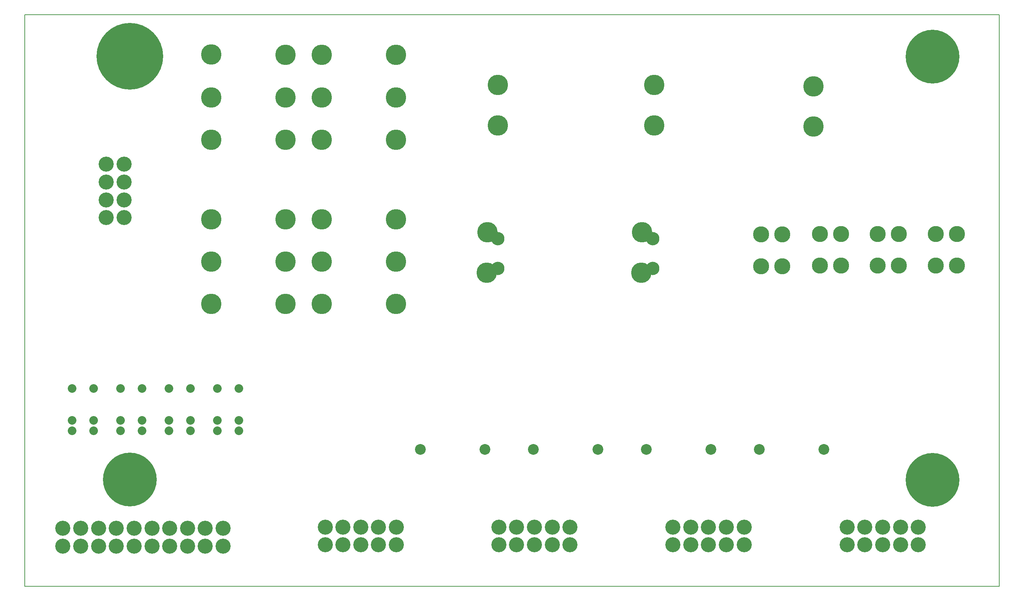
<source format=gbr>
G04 PROTEUS RS274X GERBER FILE*
%FSLAX45Y45*%
%MOMM*%
G01*
%ADD23C,2.032000*%
%ADD73C,3.556000*%
%ADD30C,12.700000*%
%ADD31C,15.748000*%
%ADD27C,2.540000*%
%ADD34C,4.826000*%
%ADD35C,4.572000*%
%ADD25C,3.810000*%
%ADD37C,3.149600*%
%ADD28C,0.203200*%
D23*
X+1620000Y+3920000D03*
X+1120000Y+3920000D03*
X+1620000Y+4670000D03*
X+1120000Y+4670000D03*
X+1620000Y+3670000D03*
X+1120000Y+3670000D03*
X+2763000Y+3920000D03*
X+2263000Y+3920000D03*
X+2763000Y+4670000D03*
X+2263000Y+4670000D03*
X+2763000Y+3670000D03*
X+2263000Y+3670000D03*
X+3906000Y+3920000D03*
X+3406000Y+3920000D03*
X+3906000Y+4670000D03*
X+3406000Y+4670000D03*
X+3906000Y+3670000D03*
X+3406000Y+3670000D03*
X+5049000Y+3920000D03*
X+4549000Y+3920000D03*
X+5049000Y+4670000D03*
X+4549000Y+4670000D03*
X+5049000Y+3670000D03*
X+4549000Y+3670000D03*
D73*
X+900000Y+1370000D03*
X+900000Y+950000D03*
X+1320000Y+1370000D03*
X+1320000Y+950000D03*
X+1740000Y+1370000D03*
X+1740000Y+950000D03*
X+2160000Y+1370000D03*
X+2160000Y+950000D03*
X+2580000Y+1370000D03*
X+2580000Y+950000D03*
X+3000000Y+1370000D03*
X+3000000Y+950000D03*
X+3420000Y+1370000D03*
X+3420000Y+950000D03*
X+3840000Y+1370000D03*
X+3840000Y+950000D03*
X+4260000Y+1370000D03*
X+4260000Y+950000D03*
X+4680000Y+1370000D03*
X+4680000Y+950000D03*
X+7090000Y+1400000D03*
X+7090000Y+980000D03*
X+7510000Y+1400000D03*
X+7510000Y+980000D03*
X+7930000Y+1400000D03*
X+7930000Y+980000D03*
X+8350000Y+1400000D03*
X+8350000Y+980000D03*
X+8770000Y+1400000D03*
X+8770000Y+980000D03*
X+11190000Y+1400000D03*
X+11190000Y+980000D03*
X+11610000Y+1400000D03*
X+11610000Y+980000D03*
X+12030000Y+1400000D03*
X+12030000Y+980000D03*
X+12450000Y+1400000D03*
X+12450000Y+980000D03*
X+12870000Y+1400000D03*
X+12870000Y+980000D03*
X+15300000Y+1400000D03*
X+15300000Y+980000D03*
X+15720000Y+1400000D03*
X+15720000Y+980000D03*
X+16140000Y+1400000D03*
X+16140000Y+980000D03*
X+16560000Y+1400000D03*
X+16560000Y+980000D03*
X+16980000Y+1400000D03*
X+16980000Y+980000D03*
X+19410000Y+1400000D03*
X+19410000Y+980000D03*
X+19830000Y+1400000D03*
X+19830000Y+980000D03*
X+20250000Y+1400000D03*
X+20250000Y+980000D03*
X+20670000Y+1400000D03*
X+20670000Y+980000D03*
X+21090000Y+1400000D03*
X+21090000Y+980000D03*
X+1920000Y+9970000D03*
X+2340000Y+9550000D03*
X+1920000Y+9550000D03*
X+2340000Y+9130000D03*
X+1920000Y+9130000D03*
X+2340000Y+8710000D03*
X+1920000Y+8710000D03*
X+2340000Y+9970000D03*
D30*
X+2480000Y+2520000D03*
X+21430000Y+2510000D03*
X+21430000Y+12509980D03*
D31*
X+2480000Y+12519980D03*
D27*
X+9340000Y+3230000D03*
X+10864000Y+3230000D03*
X+12007000Y+3230000D03*
X+13531000Y+3230000D03*
X+14674000Y+3230000D03*
X+16198000Y+3230000D03*
X+17341000Y+3230000D03*
X+18865000Y+3230000D03*
D34*
X+7010020Y+6671160D03*
X+8760020Y+6671160D03*
X+4403980Y+6671160D03*
X+6153980Y+6671160D03*
X+7010020Y+7671160D03*
X+8760020Y+7671160D03*
X+4403980Y+7671160D03*
X+6153980Y+7671160D03*
X+7010020Y+8671160D03*
X+8760020Y+8671160D03*
X+4403980Y+8671160D03*
X+6153980Y+8671160D03*
X+7010020Y+10551160D03*
X+8760020Y+10551160D03*
X+4403980Y+10551160D03*
X+6153980Y+10551160D03*
X+7010020Y+11551160D03*
X+8760020Y+11551160D03*
X+4403980Y+11551160D03*
X+6153980Y+11551160D03*
X+7010020Y+12551160D03*
X+8760020Y+12551160D03*
D35*
X+4403980Y+12551160D03*
D34*
X+6153980Y+12551160D03*
D25*
X+19265920Y+7575240D03*
X+18765540Y+7575240D03*
X+18765540Y+8325240D03*
X+19265540Y+8325240D03*
X+20635920Y+7575240D03*
X+20135540Y+7575240D03*
X+20135540Y+8325240D03*
X+20635540Y+8325240D03*
X+22005920Y+7575240D03*
X+21505540Y+7575240D03*
X+21505540Y+8325240D03*
X+22005540Y+8325240D03*
D34*
X+11170000Y+11840000D03*
X+11170000Y+10890000D03*
D37*
X+11170000Y+7510000D03*
X+11170000Y+8210000D03*
D34*
X+14860000Y+11840000D03*
X+14860000Y+10890000D03*
X+18620000Y+11810000D03*
X+18620000Y+10860000D03*
X+10920000Y+8360000D03*
X+10900000Y+7410000D03*
D37*
X+14820000Y+7510000D03*
X+14820000Y+8210000D03*
D34*
X+14570000Y+8360000D03*
X+14550000Y+7410000D03*
X+4399280Y+12560300D03*
D25*
X+17879080Y+7562540D03*
X+17378700Y+7562540D03*
X+17378700Y+8312540D03*
X+17878700Y+8312540D03*
D28*
X+0Y+0D02*
X+23000000Y+0D01*
X+23000000Y+13500000D01*
X+0Y+13500000D01*
X+0Y+0D01*
M02*

</source>
